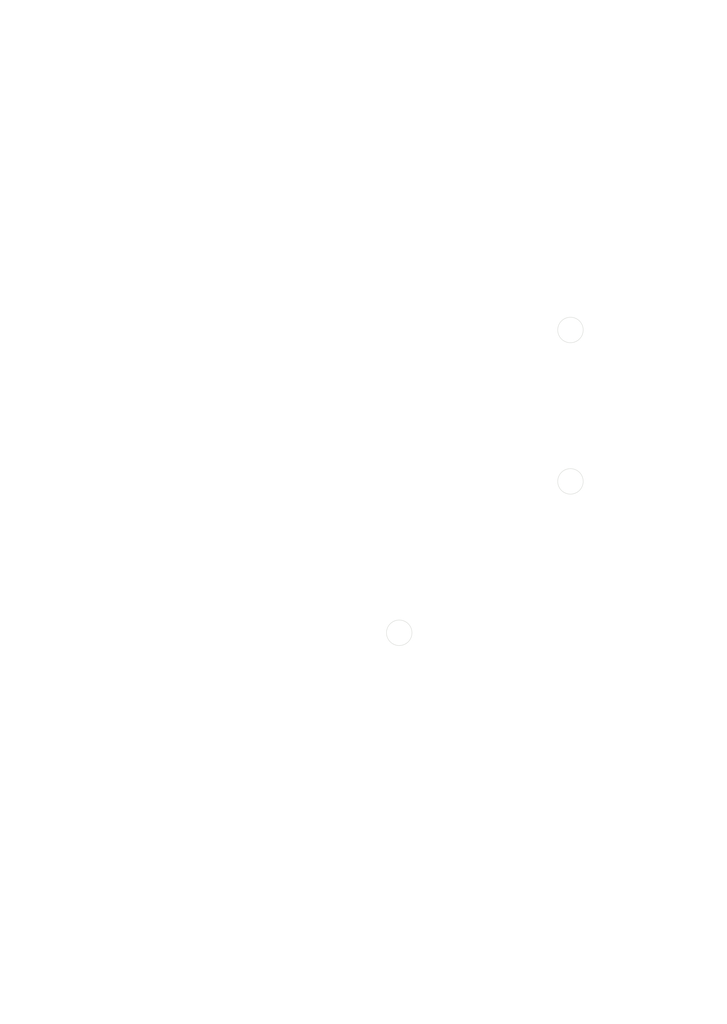
<source format=kicad_pcb>
(kicad_pcb (version 20221018) (generator pcbnew)

  (general
    (thickness 1.6)
  )

  (paper "A4")
  (layers
    (0 "F.Cu" signal)
    (31 "B.Cu" signal)
    (32 "B.Adhes" user "B.Adhesive")
    (33 "F.Adhes" user "F.Adhesive")
    (34 "B.Paste" user)
    (35 "F.Paste" user)
    (36 "B.SilkS" user "B.Silkscreen")
    (37 "F.SilkS" user "F.Silkscreen")
    (38 "B.Mask" user)
    (39 "F.Mask" user)
    (40 "Dwgs.User" user "User.Drawings")
    (41 "Cmts.User" user "User.Comments")
    (42 "Eco1.User" user "User.Eco1")
    (43 "Eco2.User" user "User.Eco2")
    (44 "Edge.Cuts" user)
    (45 "Margin" user)
    (46 "B.CrtYd" user "B.Courtyard")
    (47 "F.CrtYd" user "F.Courtyard")
    (48 "B.Fab" user)
    (49 "F.Fab" user)
  )

  (setup
    (pad_to_mask_clearance 0.05)
    (pcbplotparams
      (layerselection 0x0001020_7ffffffe)
      (plot_on_all_layers_selection 0x0000000_00000000)
      (disableapertmacros false)
      (usegerberextensions false)
      (usegerberattributes true)
      (usegerberadvancedattributes true)
      (creategerberjobfile true)
      (dashed_line_dash_ratio 12.000000)
      (dashed_line_gap_ratio 3.000000)
      (svgprecision 6)
      (plotframeref false)
      (viasonmask false)
      (mode 1)
      (useauxorigin false)
      (hpglpennumber 1)
      (hpglpenspeed 20)
      (hpglpendiameter 15.000000)
      (dxfpolygonmode true)
      (dxfimperialunits true)
      (dxfusepcbnewfont true)
      (psnegative false)
      (psa4output false)
      (plotreference true)
      (plotvalue true)
      (plotinvisibletext false)
      (sketchpadsonfab false)
      (subtractmaskfromsilk false)
      (outputformat 1)
      (mirror false)
      (drillshape 0)
      (scaleselection 1)
      (outputdirectory "GERBER/")
    )
  )

  (net 0 "")

  (gr_curve (pts (xy 35.718687 75.539653) (xy 37.516334 75.539653) (xy 38.973607 76.99727) (xy 38.973607 78.794917))
    (stroke (width 0.000309) (type solid)) (layer "Edge.Cuts") (tstamp 00baac6d-2bda-478e-8133-78a3a3825929))
  (gr_curve (pts (xy 85.741029 79.789859) (xy 85.741029 77.580868) (xy 87.531786 75.790283) (xy 89.741466 75.790283))
    (stroke (width 0.000309) (type solid)) (layer "Edge.Cuts") (tstamp 02490353-6b87-475b-a50b-068209d694b4))
  (gr_curve (pts (xy 69.460918 124.360348) (xy 69.460918 122.56339) (xy 70.918191 121.105428) (xy 72.715838 121.105428))
    (stroke (width 0.000309) (type solid)) (layer "Edge.Cuts") (tstamp 03c39217-a49d-4d4d-82d0-de0f3a4e28f0))
  (gr_curve (pts (xy 32.483749 50.842502) (xy 32.483749 49.045199) (xy 33.941021 47.587582) (xy 35.738669 47.587582))
    (stroke (width 0.000309) (type solid)) (layer "Edge.Cuts") (tstamp 05aa1abb-f50e-4df6-bc13-401a80b25537))
  (gr_curve (pts (xy 21.503563 50.837851) (xy 21.503563 49.040548) (xy 22.960835 47.582931) (xy 24.758482 47.582931))
    (stroke (width 0.000309) (type solid)) (layer "Edge.Cuts") (tstamp 05f31a21-1a55-4a7f-8243-6024e6bbefbb))
  (gr_curve (pts (xy 85.718291 98.838442) (xy 85.718291 96.629452) (xy 87.509049 94.839384) (xy 89.718728 94.839384))
    (stroke (width 0.000309) (type solid)) (layer "Edge.Cuts") (tstamp 0a2ae246-379e-41e4-a330-725e7f70582b))
  (gr_curve (pts (xy 57.718851 27.839817) (xy 59.927669 27.839817) (xy 61.718426 29.630747) (xy 61.718426 31.839737))
    (stroke (width 0.000309) (type solid)) (layer "Edge.Cuts") (tstamp 0a6514fc-2dad-4a34-a4a1-77af80e139fc))
  (gr_curve (pts (xy 61.70189 64.791493) (xy 61.70189 67.000656) (xy 59.911133 68.791585) (xy 57.702314 68.791585))
    (stroke (width 0.000309) (type solid)) (layer "Edge.Cuts") (tstamp 0a9a2839-69c3-4706-8d9d-1f3b5792fcc6))
  (gr_curve (pts (xy 94.733399 139.309276) (xy 93.766707 139.309276) (xy 92.982605 138.525174) (xy 92.982605 137.559171))
    (stroke (width 0.000309) (type solid)) (layer "Edge.Cuts") (tstamp 0ac38a60-c600-4f39-8051-f022c674560a))
  (gr_curve (pts (xy 76.563658 114.353054) (xy 76.563658 116.479363) (xy 74.84008 118.203285) (xy 72.713771 118.203285))
    (stroke (width 0.000309) (type solid)) (layer "Edge.Cuts") (tstamp 0c457dc0-0e3c-4961-b6e7-fa671b0df5d8))
  (gr_curve (pts (xy 93.703318 60.839632) (xy 93.703318 63.048795) (xy 91.912561 64.839724) (xy 89.70357 64.839724))
    (stroke (width 0.000309) (type solid)) (layer "Edge.Cuts") (tstamp 11b3c25f-da3f-46f5-95ba-3542f51a3194))
  (gr_curve (pts (xy 57.74508 112.54508) (xy 59.542727 112.54508) (xy 61 114.003041) (xy 61 115.8))
    (stroke (width 0.000309) (type solid)) (layer "Edge.Cuts") (tstamp 1258ea53-706e-4d35-926f-28f4386c3315))
  (gr_curve (pts (xy 94.733399 135.808377) (xy 94.733399 135.808377) (xy 96.701923 135.808377) (xy 96.701923 135.808377))
    (stroke (width 0.000309) (type solid)) (layer "Edge.Cuts") (tstamp 1455b4bd-601e-468b-9bc9-18ab50f2a93f))
  (gr_curve (pts (xy 93.741214 79.789859) (xy 93.741214 81.999538) (xy 91.950457 83.790295) (xy 89.741466 83.790295))
    (stroke (width 0.000309) (type solid)) (layer "Edge.Cuts") (tstamp 15d6b2a6-9f0d-4052-bee8-1f71ebf2d903))
  (gr_curve (pts (xy 26.489295 124.338988) (xy 26.489295 122.54203) (xy 27.946567 121.084068) (xy 29.744215 121.084068))
    (stroke (width 0.000309) (type solid)) (layer "Edge.Cuts") (tstamp 17167e25-a9f2-402b-89d9-400839265c5f))
  (gr_curve (pts (xy 38.900054 114.3) (xy 38.900054 112.173691) (xy 40.623804 110.450114) (xy 42.750113 110.450114))
    (stroke (width 0.000309) (type solid)) (layer "Edge.Cuts") (tstamp 17f73089-0e45-48dd-815e-60e6d7846846))
  (gr_curve (pts (xy 89.70357 64.839724) (xy 87.49389 64.839724) (xy 85.703133 63.048795) (xy 85.703133 60.839632))
    (stroke (width 0.000309) (type solid)) (layer "Edge.Cuts") (tstamp 1a13ea4f-edc0-4b72-9340-62abf67d1592))
  (gr_curve (pts (xy 18.744047 121.084068) (xy 20.541694 121.084068) (xy 21.998966 122.54203) (xy 21.998966 124.338988))
    (stroke (width 0.000309) (type solid)) (layer "Edge.Cuts") (tstamp 1a7f4641-f8e1-4ffb-bc9c-5b9d2422b1e8))
  (gr_curve (pts (xy 72.715838 121.105428) (xy 74.513485 121.105428) (xy 75.970758 122.56339) (xy 75.970758 124.360348))
    (stroke (width 0.000309) (type solid)) (layer "Edge.Cuts") (tstamp 1bb1025b-f1c3-4851-94b3-acbf38c8e706))
  (gr_curve (pts (xy 80.71809 31.839737) (xy 80.71809 29.630747) (xy 82.508847 27.839817) (xy 84.718527 27.839817))
    (stroke (width 0.000309) (type solid)) (layer "Edge.Cuts") (tstamp 1c1ddff5-d914-4f7e-9eaa-0fd6261fc654))
  (gr_curve (pts (xy 47.23424 102.839568) (xy 45.02456 102.839568) (xy 43.233803 101.048811) (xy 43.233803 98.839131))
    (stroke (width 0.000309) (type solid)) (layer "Edge.Cuts") (tstamp 1c47f70a-59a1-410c-a900-f0077cf8900f))
  (gr_circle (center 62.2 91.5) (end 63.8 91.5)
    (stroke (width 0.05) (type solid)) (fill none) (layer "Edge.Cuts") (tstamp 1d0e1dc3-d51c-405f-a332-8190382c882a))
  (gr_line (start 103.36748 12.087667) (end 12.069532 12.087667)
    (stroke (width 0.000309) (type solid)) (layer "Edge.Cuts") (tstamp 1eb7568b-d392-4308-a6ae-f5cd8f30b5f5))
  (gr_curve (pts (xy 82.491622 124.338988) (xy 82.491622 122.54203) (xy 83.948894 121.084068) (xy 85.746541 121.084068))
    (stroke (width 0.000309) (type solid)) (layer "Edge.Cuts") (tstamp 207b1ed0-2a08-44cb-a93d-025c90d9cbc0))
  (gr_curve (pts (xy 85.703133 60.839632) (xy 85.703133 58.630641) (xy 87.49389 56.839712) (xy 89.70357 56.839712))
    (stroke (width 0.000309) (type solid)) (layer "Edge.Cuts") (tstamp 26f87f32-cc26-4f04-b4d6-3cb1c999dc39))
  (gr_curve (pts (xy 35.698706 61.589283) (xy 37.496353 61.589283) (xy 38.953625 63.0469) (xy 38.953625 64.844203))
    (stroke (width 0.000309) (type solid)) (layer "Edge.Cuts") (tstamp 2a2b1342-01eb-46c9-ad84-5e3dda8c9816))
  (gr_circle (center 83.7 72.5) (end 85.3 72.5)
    (stroke (width 0.05) (type solid)) (fill none) (layer "Edge.Cuts") (tstamp 2c11029a-c79f-445c-be96-74f2dddf420a))
  (gr_curve (pts (xy 18.735778 13.337717) (xy 18.735778 13.337717) (xy 20.704302 13.337717) (xy 20.704302 13.337717))
    (stroke (width 0.000309) (type solid)) (layer "Edge.Cuts") (tstamp 2f27056c-5206-47b4-abac-b08c6809addc))
  (gr_curve (pts (xy 42.750113 110.450114) (xy 44.876422 110.450114) (xy 46.6 112.173691) (xy 46.6 114.3))
    (stroke (width 0.000309) (type solid)) (layer "Edge.Cuts") (tstamp 2fb09222-a23a-40c8-8740-291aa8300626))
  (gr_curve (pts (xy 68.863885 114.353054) (xy 68.863885 112.226746) (xy 70.587462 110.503168) (xy 72.713771 110.503168))
    (stroke (width 0.000309) (type solid)) (layer "Edge.Cuts") (tstamp 2fbe889f-77aa-42fc-a3ab-644c36b3d4f2))
  (gr_curve (pts (xy 72.713771 110.503168) (xy 74.84008 110.503168) (xy 76.563658 112.226746) (xy 76.563658 114.353054))
    (stroke (width 0.000309) (type solid)) (layer "Edge.Cuts") (tstamp 32e72c09-36f8-44e6-8661-00c438b613b5))
  (gr_curve (pts (xy 96.746709 127.594597) (xy 94.949062 127.594597) (xy 93.491789 126.136635) (xy 93.491789 124.338988))
    (stroke (width 0.000309) (type solid)) (layer "Edge.Cuts") (tstamp 3a658ef1-35bf-47d3-a52b-0be3d2ff00e8))
  (gr_curve (pts (xy 30.702638 27.839817) (xy 32.911629 27.839817) (xy 34.702386 29.630747) (xy 34.702386 31.839737))
    (stroke (width 0.000309) (type solid)) (layer "Edge.Cuts") (tstamp 3e99d762-a6c4-4420-9bc6-be3eb94365a2))
  (gr_curve (pts (xy 57.702314 68.791585) (xy 55.492807 68.791585) (xy 53.70205 67.000656) (xy 53.70205 64.791493))
    (stroke (width 0.000309) (type solid)) (layer "Edge.Cuts") (tstamp 3f8baea5-0461-41b2-9d83-46f953395529))
  (gr_curve (pts (xy 29.744215 127.594597) (xy 27.946567 127.594597) (xy 26.489295 126.136635) (xy 26.489295 124.338988))
    (stroke (width 0.000309) (type solid)) (layer "Edge.Cuts") (tstamp 40b62273-1e8e-4acb-bac1-f19e10b6f9b9))
  (gr_curve (pts (xy 15.488438 124.338988) (xy 15.488438 122.54203) (xy 16.946399 121.084068) (xy 18.744047 121.084068))
    (stroke (width 0.000309) (type solid)) (layer "Edge.Cuts") (tstamp 40f2a4ee-b49f-4a2d-908e-38847685e6f6))
  (gr_curve (pts (xy 24.758482 54.093115) (xy 22.960835 54.093115) (xy 21.503563 52.635498) (xy 21.503563 50.837851))
    (stroke (width 0.000309) (type solid)) (layer "Edge.Cuts") (tstamp 4124f831-142f-4ddd-9cb1-65c98a8ad5fa))
  (gr_curve (pts (xy 16.984984 15.088166) (xy 16.984984 14.121475) (xy 17.769087 13.337717) (xy 18.735778 13.337717))
    (stroke (width 0.000309) (type solid)) (layer "Edge.Cuts") (tstamp 44630aaa-8fee-46d2-8bdc-727fedd81d65))
  (gr_curve (pts (xy 89.70357 56.839712) (xy 91.912561 56.839712) (xy 93.703318 58.630641) (xy 93.703318 60.839632))
    (stroke (width 0.000309) (type solid)) (layer "Edge.Cuts") (tstamp 45ae555a-2ce6-48fb-a091-16ec9f35cd76))
  (gr_curve (pts (xy 72.233526 98.839131) (xy 72.233526 101.048811) (xy 70.442769 102.839568) (xy 68.233778 102.839568))
    (stroke (width 0.000309) (type solid)) (layer "Edge.Cuts") (tstamp 474ca60f-18b9-4083-8a3a-e02f033d823e))
  (gr_curve (pts (xy 24.718519 61.584632) (xy 26.516167 61.584632) (xy 27.973439 63.042249) (xy 27.973439 64.839552))
    (stroke (width 0.000309) (type solid)) (layer "Edge.Cuts") (tstamp 4a02af51-a2b3-418c-9700-b0da9a7790e3))
  (gr_curve (pts (xy 20.704302 16.838444) (xy 20.704302 16.838444) (xy 18.735778 16.838444) (xy 18.735778 16.838444))
    (stroke (width 0.000309) (type solid)) (layer "Edge.Cuts") (tstamp 4d2c70a3-d105-4c36-8520-47a4013df1d1))
  (gr_curve (pts (xy 53.718586 31.839737) (xy 53.718586 29.630747) (xy 55.509343 27.839817) (xy 57.718851 27.839817))
    (stroke (width 0.000309) (type solid)) (layer "Edge.Cuts") (tstamp 51205d80-626d-4edc-85f7-d5f96328d245))
  (gr_curve (pts (xy 35.738669 47.587582) (xy 37.536316 47.587582) (xy 38.993588 49.045199) (xy 38.993588 50.842502))
    (stroke (width 0.000309) (type solid)) (layer "Edge.Cuts") (tstamp 52fdf925-37e5-4045-83c0-45e7ed239904))
  (gr_curve (pts (xy 32.463767 78.794917) (xy 32.463767 76.99727) (xy 33.92104 75.539653) (xy 35.718687 75.539653))
    (stroke (width 0.000309) (type solid)) (layer "Edge.Cuts") (tstamp 593f9bfe-785c-4882-a6f6-29427b46a43f))
  (gr_curve (pts (xy 85.746541 121.084068) (xy 87.544188 121.084068) (xy 89.001461 122.54203) (xy 89.001461 124.338988))
    (stroke (width 0.000309) (type solid)) (layer "Edge.Cuts") (tstamp 5a0dab30-8658-4c70-af59-7c3c11f84b7a))
  (gr_curve (pts (xy 68.233778 102.839568) (xy 66.024098 102.839568) (xy 64.233341 101.048811) (xy 64.233341 98.839131))
    (stroke (width 0.000309) (type solid)) (layer "Edge.Cuts") (tstamp 5a724f21-8524-46bf-b9d4-23f9c369427f))
  (gr_curve (pts (xy 100.001629 124.338988) (xy 100.001629 126.136635) (xy 98.544356 127.594597) (xy 96.746709 127.594597))
    (stroke (width 0.000309) (type solid)) (layer "Edge.Cuts") (tstamp 5b74e3aa-2235-4ddf-b4a3-e258b8afee06))
  (gr_curve (pts (xy 22.455096 137.590866) (xy 22.455096 138.556869) (xy 21.670994 139.340971) (xy 20.704302 139.340971))
    (stroke (width 0.000309) (type solid)) (layer "Edge.Cuts") (tstamp 5cade7c2-a4ab-42a9-bb67-610edf13a9ef))
  (gr_curve (pts (xy 93.718476 98.838442) (xy 93.718476 101.048122) (xy 91.927719 102.838879) (xy 89.718728 102.838879))
    (stroke (width 0.000309) (type solid)) (layer "Edge.Cuts") (tstamp 5d096759-0cc0-4474-a5a3-bad5a0b8c63c))
  (gr_curve (pts (xy 34.702386 31.839737) (xy 34.702386 34.048901) (xy 32.911629 35.83983) (xy 30.702638 35.83983))
    (stroke (width 0.000309) (type solid)) (layer "Edge.Cuts") (tstamp 5d6c6bdd-f3b0-48be-a63c-d6d40a424982))
  (gr_curve (pts (xy 24.718519 75.584439) (xy 26.516167 75.584439) (xy 27.973439 77.042056) (xy 27.973439 78.839703))
    (stroke (width 0.000309) (type solid)) (layer "Edge.Cuts") (tstamp 5f39881e-9b87-4839-9af4-a548acc37bac))
  (gr_curve (pts (xy 38.973607 78.794917) (xy 38.973607 80.592564) (xy 37.516334 82.049837) (xy 35.718687 82.049837))
    (stroke (width 0.000309) (type solid)) (layer "Edge.Cuts") (tstamp 611b5ffa-4fdd-481e-aa89-0df3e7e43b16))
  (gr_curve (pts (xy 42.750113 118.150231) (xy 40.623804 118.150231) (xy 38.900054 116.426309) (xy 38.900054 114.3))
    (stroke (width 0.000309) (type solid)) (layer "Edge.Cuts") (tstamp 64c712a9-7efe-4e27-b79d-5d6f53a86f79))
  (gr_curve (pts (xy 29.733879 98.839131) (xy 29.733879 101.048811) (xy 27.943122 102.839568) (xy 25.734131 102.839568))
    (stroke (width 0.000309) (type solid)) (layer "Edge.Cuts") (tstamp 6654264d-3c41-4e4f-b69b-cdbb955b3440))
  (gr_curve (pts (xy 21.733695 98.839131) (xy 21.733695 96.630141) (xy 23.524452 94.839384) (xy 25.734131 94.839384))
    (stroke (width 0.000309) (type solid)) (layer "Edge.Cuts") (tstamp 6701f101-a828-41a1-88d8-648c6296e56a))
  (gr_curve (pts (xy 84.718527 35.83983) (xy 82.508847 35.83983) (xy 80.71809 34.048901) (xy 80.71809 31.839737))
    (stroke (width 0.000309) (type solid)) (layer "Edge.Cuts") (tstamp 6821e4e0-bfdd-4a50-bfc7-be19c07e5c69))
  (gr_curve (pts (xy 92.981916 15.087994) (xy 92.981916 14.121302) (xy 93.766018 13.337545) (xy 94.73271 13.337545))
    (stroke (width 0.000309) (type solid)) (layer "Edge.Cuts") (tstamp 69905569-d1cc-4b89-bf3f-2ab079d3e176))
  (gr_curve (pts (xy 53.70205 64.791493) (xy 53.70205 62.582502) (xy 55.492807 60.791573) (xy 57.702314 60.791573))
    (stroke (width 0.000309) (type solid)) (layer "Edge.Cuts") (tstamp 6ce69ea3-210b-4ced-9dc1-05be8b22f7f6))
  (gr_curve (pts (xy 24.758482 47.582931) (xy 26.55613 47.582931) (xy 28.013402 49.040548) (xy 28.013402 50.837851))
    (stroke (width 0.000309) (type solid)) (layer "Edge.Cuts") (tstamp 6e73e3c9-dea1-4373-83c6-41f7b6f2bd3c))
  (gr_curve (pts (xy 18.735778 135.840072) (xy 18.735778 135.840072) (xy 20.704302 135.840072) (xy 20.704302 135.840072))
    (stroke (width 0.000309) (type solid)) (layer "Edge.Cuts") (tstamp 7243db26-86ec-4577-9c3b-2f8d92b0642f))
  (gr_curve (pts (xy 24.718519 82.094623) (xy 22.920872 82.094623) (xy 21.4636 80.63735) (xy 21.4636 78.839703))
    (stroke (width 0.000309) (type solid)) (layer "Edge.Cuts") (tstamp 743c1e64-709a-4150-b209-71d19e330103))
  (gr_curve (pts (xy 38.953625 64.844203) (xy 38.953625 66.64185) (xy 37.496353 68.099467) (xy 35.698706 68.099467))
    (stroke (width 0.000309) (type solid)) (layer "Edge.Cuts") (tstamp 74dfdbdb-460b-4a1d-8ee3-d20b8c28dc37))
  (gr_curve (pts (xy 72.715838 127.615956) (xy 70.918191 127.615956) (xy 69.460918 126.157995) (xy 69.460918 124.360348))
    (stroke (width 0.000309) (type solid)) (layer "Edge.Cuts") (tstamp 7636dc3b-a250-4d42-ad6e-11e73ebdf0e9))
  (gr_curve (pts (xy 96.746709 121.084068) (xy 98.544356 121.084068) (xy 100.001629 122.54203) (xy 100.001629 124.338988))
    (stroke (width 0.000309) (type solid)) (layer "Edge.Cuts") (tstamp 79b5c63e-f036-436e-811e-45f52dce64d1))
  (gr_curve (pts (xy 96.701234 16.838271) (xy 96.701234 16.838271) (xy 94.73271 16.838271) (xy 94.73271 16.838271))
    (stroke (width 0.000309) (type solid)) (layer "Edge.Cuts") (tstamp 7aea8947-242c-4eca-b88c-17f5a078e252))
  (gr_curve (pts (xy 32.999134 124.338988) (xy 32.999134 126.136635) (xy 31.541862 127.594597) (xy 29.744215 127.594597))
    (stroke (width 0.000309) (type solid)) (layer "Edge.Cuts") (tstamp 7b2eb3cb-a395-4423-a74b-9a00c6b42ae6))
  (gr_curve (pts (xy 89.741466 83.790295) (xy 87.531786 83.790295) (xy 85.741029 81.999538) (xy 85.741029 79.789859))
    (stroke (width 0.000309) (type solid)) (layer "Edge.Cuts") (tstamp 7e8ddbc3-0d98-4b69-87c4-78bffa4db299))
  (gr_curve (pts (xy 96.701923 135.808377) (xy 97.668615 135.808377) (xy 98.452717 136.592479) (xy 98.452717 137.559171))
    (stroke (width 0.000309) (type solid)) (layer "Edge.Cuts") (tstamp 814d343f-ae0f-4aab-b90e-c575f855c669))
  (gr_curve (pts (xy 98.452028 15.087994) (xy 98.452028 16.054514) (xy 97.667926 16.838271) (xy 96.701234 16.838271))
    (stroke (width 0.000309) (type solid)) (layer "Edge.Cuts") (tstamp 819d179d-b789-4ba2-8c82-71a35d91f03f))
  (gr_curve (pts (xy 96.701923 139.309276) (xy 96.701923 139.309276) (xy 94.733399 139.309276) (xy 94.733399 139.309276))
    (stroke (width 0.000309) (type solid)) (layer "Edge.Cuts") (tstamp 86eab818-d2c9-45cc-aed5-e28dfc12230b))
  (gr_curve (pts (xy 93.491789 124.338988) (xy 93.491789 122.54203) (xy 94.949062 121.084068) (xy 96.746709 121.084068))
    (stroke (width 0.000309) (type solid)) (layer "Edge.Cuts") (tstamp 87172b27-c865-4ab1-af02-97e26483265d))
  (gr_curve (pts (xy 64.233341 98.839131) (xy 64.233341 96.630141) (xy 66.024098 94.839384) (xy 68.233778 94.839384))
    (stroke (width 0.000309) (type solid)) (layer "Edge.Cuts") (tstamp 88525f55-f70c-4629-bc72-44ca0b395147))
  (gr_curve (pts (xy 18.735778 139.340971) (xy 17.769087 139.340971) (xy 16.984984 138.556869) (xy 16.984984 137.590866))
    (stroke (width 0.000309) (type solid)) (layer "Edge.Cuts") (tstamp 887492fd-1ef7-4212-9436-9ad56027e3ff))
  (gr_curve (pts (xy 39.477968 124.338988) (xy 39.477968 122.54203) (xy 40.93524 121.084068) (xy 42.732888 121.084068))
    (stroke (width 0.000309) (type solid)) (layer "Edge.Cuts") (tstamp 8878a89b-450a-40f2-87b4-7657a31e877d))
  (gr_curve (pts (xy 94.73271 13.337545) (xy 94.73271 13.337545) (xy 96.701234 13.337545) (xy 96.701234 13.337545))
    (stroke (width 0.000309) (type solid)) (layer "Edge.Cuts") (tstamp 8d3ae256-2f3c-409f-83bc-2e155839c067))
  (gr_curve (pts (xy 42.732888 121.084068) (xy 44.530535 121.084068) (xy 45.987807 122.54203) (xy 45.987807 124.338988))
    (stroke (width 0.000309) (type solid)) (layer "Edge.Cuts") (tstamp 8d69bf1d-d36c-4a6c-8dcb-ac397328ceb7))
  (gr_curve (pts (xy 98.452717 137.559171) (xy 98.452717 138.525174) (xy 97.668615 139.309276) (xy 96.701923 139.309276))
    (stroke (width 0.000309) (type solid)) (layer "Edge.Cuts") (tstamp 9069eb30-a0f8-4f3d-894f-bc46dd810f77))
  (gr_curve (pts (xy 42.732888 127.594597) (xy 40.93524 127.594597) (xy 39.477968 126.136635) (xy 39.477968 124.338988))
    (stroke (width 0.000309) (type solid)) (layer "Edge.Cuts") (tstamp 922d83ce-0f27-4a22-8109-da84939f26a5))
  (gr_curve (pts (xy 57.74508 119.055608) (xy 55.947433 119.055608) (xy 54.49016 117.597647) (xy 54.49016 115.8))
    (stroke (width 0.000309) (type solid)) (layer "Edge.Cuts") (tstamp 9282c42f-6b46-47f3-bdf0-5ce82ae2288e))
  (gr_curve (pts (xy 57.718851 35.83983) (xy 55.509343 35.83983) (xy 53.718586 34.048901) (xy 53.718586 31.839737))
    (stroke (width 0.000309) (type solid)) (layer "Edge.Cuts") (tstamp 92f0ab9a-f094-442e-b2f7-5b2facae44dd))
  (gr_line (start 12.069532 140.586715) (end 103.36748 140.586715)
    (stroke (width 0.000309) (type solid)) (layer "Edge.Cuts") (tstamp 958af6a1-1d2d-4945-8c81-f692ce828419))
  (gr_curve (pts (xy 89.001461 124.338988) (xy 89.001461 126.136635) (xy 87.544188 127.594597) (xy 85.746541 127.594597))
    (stroke (width 0.000309) (type solid)) (layer "Edge.Cuts") (tstamp 98abf6a6-2bff-43c7-9126-07dc2c160dbf))
  (gr_curve (pts (xy 75.970758 124.360348) (xy 75.970758 126.157995) (xy 74.513485 127.615956) (xy 72.715838 127.615956))
    (stroke (width 0.000309) (type solid)) (layer "Edge.Cuts") (tstamp 9bbf3436-74e2-4b99-9f4a-71c9df3773af))
  (gr_curve (pts (xy 46.6 114.3) (xy 46.6 116.426309) (xy 44.876422 118.150231) (xy 42.750113 118.150231))
    (stroke (width 0.000309) (type solid)) (layer "Edge.Cuts") (tstamp 9e7c1d9d-b95b-4c35-810b-a5a5cf139c9b))
  (gr_curve (pts (xy 20.704302 13.337717) (xy 21.670994 13.337717) (xy 22.455096 14.121475) (xy 22.455096 15.088166))
    (stroke (width 0.000309) (type solid)) (layer "Edge.Cuts") (tstamp 9fa25eee-d756-4a76-9824-fb999bf674d7))
  (gr_curve (pts (xy 35.738669 54.097766) (xy 33.941021 54.097766) (xy 32.483749 52.640149) (xy 32.483749 50.842502))
    (stroke (width 0.000309) (type solid)) (layer "Edge.Cuts") (tstamp a00241ab-cf7d-42a0-aace-43f17600b920))
  (gr_curve (pts (xy 54.49016 115.8) (xy 54.49016 114.003041) (xy 55.947433 112.54508) (xy 57.74508 112.54508))
    (stroke (width 0.000309) (type solid)) (layer "Edge.Cuts") (tstamp a05e42c1-f7ce-42d6-b163-85ec326c7950))
  (gr_curve (pts (xy 89.718728 94.839384) (xy 91.927719 94.839384) (xy 93.718476 96.629452) (xy 93.718476 98.838442))
    (stroke (width 0.000309) (type solid)) (layer "Edge.Cuts") (tstamp a05fa09b-4b4d-4dc8-843b-cef27cff18c0))
  (gr_curve (pts (xy 16.984984 137.590866) (xy 16.984984 136.624174) (xy 17.769087 135.840072) (xy 18.735778 135.840072))
    (stroke (width 0.000309) (type solid)) (layer "Edge.Cuts") (tstamp a1636702-aeae-40f3-8e2c-2aedcd79c12c))
  (gr_curve (pts (xy 89.718728 102.838879) (xy 87.509049 102.838879) (xy 85.718291 101.048122) (xy 85.718291 98.838442))
    (stroke (width 0.000309) (type solid)) (layer "Edge.Cuts") (tstamp a6263d82-bd55-459a-9df5-ea60fb2e659f))
  (gr_curve (pts (xy 45.987807 124.338988) (xy 45.987807 126.136635) (xy 44.530535 127.594597) (xy 42.732888 127.594597))
    (stroke (width 0.000309) (type solid)) (layer "Edge.Cuts") (tstamp a7c516b2-b5cc-42c5-9b9b-268ecc47aa82))
  (gr_circle (center 83.7 53.5) (end 85.3 53.5)
    (stroke (width 0.05) (type solid)) (fill none) (layer "Edge.Cuts") (tstamp a8858603-13dd-4346-b711-ed0b76b8a548))
  (gr_curve (pts (xy 47.23424 94.839384) (xy 49.443231 94.839384) (xy 51.233988 96.630141) (xy 51.233988 98.839131))
    (stroke (width 0.000309) (type solid)) (layer "Edge.Cuts") (tstamp ab653806-b20a-4081-97f3-ae4228f1093c))
  (gr_curve (pts (xy 84.718527 27.839817) (xy 86.927518 27.839817) (xy 88.718275 29.630747) (xy 88.718275 31.839737))
    (stroke (width 0.000309) (type solid)) (layer "Edge.Cuts") (tstamp aea9eb37-d56b-4ae5-9ad3-8ca4be4c8dd2))
  (gr_curve (pts (xy 18.744047 127.594597) (xy 16.946399 127.594597) (xy 15.488438 126.136635) (xy 15.488438 124.338988))
    (stroke (width 0.000309) (type solid)) (layer "Edge.Cuts") (tstamp af7e5c80-b808-4184-a289-6299cb1f1c7a))
  (gr_curve (pts (xy 21.4636 78.839703) (xy 21.4636 77.042056) (xy 22.920872 75.584439) (xy 24.718519 75.584439))
    (stroke (width 0.000309) (type solid)) (layer "Edge.Cuts") (tstamp afd83d5f-5373-4798-8dd8-c9e60d553005))
  (gr_curve (pts (xy 28.013402 50.837851) (xy 28.013402 52.635498) (xy 26.55613 54.093115) (xy 24.758482 54.093115))
    (stroke (width 0.000309) (type solid)) (layer "Edge.Cuts") (tstamp b3114cbc-7933-49d9-ad5f-93e7012561c5))
  (gr_curve (pts (xy 43.233803 98.839131) (xy 43.233803 96.630141) (xy 45.02456 94.839384) (xy 47.23424 94.839384))
    (stroke (width 0.000309) (type solid)) (layer "Edge.Cuts") (tstamp b7a16c96-3f30-4c76-bae3-085832e999a8))
  (gr_curve (pts (xy 85.746541 127.594597) (xy 83.948894 127.594597) (xy 82.491622 126.136635) (xy 82.491622 124.338988))
    (stroke (width 0.000309) (type solid)) (layer "Edge.Cuts") (tstamp bc3fc43c-86d4-4469-b69a-1eda3de98743))
  (gr_line (start 12.069532 12.087667) (end 12.069532 140.586715)
    (stroke (width 0.000309) (type solid)) (layer "Edge.Cuts") (tstamp bcb0fb0d-6f3d-4df8-b375-c3289c5a8e67))
  (gr_curve (pts (xy 88.718275 31.839737) (xy 88.718275 34.048901) (xy 86.927518 35.83983) (xy 84.718527 35.83983))
    (stroke (width 0.000309) (type solid)) (layer "Edge.Cuts") (tstamp bd472e0c-2f76-4ea5-8714-8a1caf83595b))
  (gr_curve (pts (xy 61.718426 31.839737) (xy 61.718426 34.048901) (xy 59.927669 35.83983) (xy 57.718851 35.83983))
    (stroke (width 0.000309) (type solid)) (layer "Edge.Cuts") (tstamp c0465562-ef58-4485-a62f-388a9ee42847))
  (gr_curve (pts (xy 27.973439 78.839703) (xy 27.973439 80.63735) (xy 26.516167 82.094623) (xy 24.718519 82.094623))
    (stroke (width 0.000309) (type solid)) (layer "Edge.Cuts") (tstamp c5c85e24-47da-486b-a000-1c22a0b90b8f))
  (gr_curve (pts (xy 35.718687 82.049837) (xy 33.92104 82.049837) (xy 32.463767 80.592564) (xy 32.463767 78.794917))
    (stroke (width 0.000309) (type solid)) (layer "Edge.Cuts") (tstamp c6acfe36-419a-4665-83b6-67544f6bda88))
  (gr_curve (pts (xy 26.702201 31.839737) (xy 26.702201 29.630747) (xy 28.492958 27.839817) (xy 30.702638 27.839817))
    (stroke (width 0.000309) (type solid)) (layer "Edge.Cuts") (tstamp c9f477af-5ea7-4400-9385-9a30e9d9387f))
  (gr_curve (pts (xy 25.734131 94.839384) (xy 27.943122 94.839384) (xy 29.733879 96.630141) (xy 29.733879 98.839131))
    (stroke (width 0.000309) (type solid)) (layer "Edge.Cuts") (tstamp ca469041-45e0-4a02-afb6-f4fbf5163b9e))
  (gr_curve (pts (xy 18.735778 16.838444) (xy 17.769087 16.838444) (xy 16.984984 16.054686) (xy 16.984984 15.088166))
    (stroke (width 0.000309) (type solid)) (layer "Edge.Cuts") (tstamp d177f52a-96e9-46f6-8315-65bf6b9fab4c))
  (gr_curve (pts (xy 96.701234 13.337545) (xy 97.667926 13.337545) (xy 98.452028 14.121302) (xy 98.452028 15.087994))
    (stroke (width 0.000309) (type solid)) (layer "Edge.Cuts") (tstamp d1c753d6-37ec-4de9-8dea-e7d84a7fa028))
  (gr_curve (pts (xy 92.982605 137.559171) (xy 92.982605 136.592479) (xy 93.766707 135.808377) (xy 94.733399 135.808377))
    (stroke (width 0.000309) (type solid)) (layer "Edge.Cuts") (tstamp d330a543-35fb-4b71-9c34-0ef0cc15848d))
  (gr_curve (pts (xy 68.233778 94.839384) (xy 70.442769 94.839384) (xy 72.233526 96.630141) (xy 72.233526 98.839131))
    (stroke (width 0.000309) (type solid)) (layer "Edge.Cuts") (tstamp d52fe23f-9d86-4053-99d0-3de7912ae05e))
  (gr_curve (pts (xy 32.443786 64.844203) (xy 32.443786 63.0469) (xy 33.901058 61.589283) (xy 35.698706 61.589283))
    (stroke (width 0.000309) (type solid)) (layer "Edge.Cuts") (tstamp d5a55f73-5dda-4696-8127-38b414cfe3f8))
  (gr_curve (pts (xy 29.744215 121.084068) (xy 31.541862 121.084068) (xy 32.999134 122.54203) (xy 32.999134 124.338988))
    (stroke (width 0.000309) (type solid)) (layer "Edge.Cuts") (tstamp d7892b90-df09-4bf2-b5c1-e3246ce84972))
  (gr_curve (pts (xy 21.998966 124.338988) (xy 21.998966 126.136635) (xy 20.541694 127.594597) (xy 18.744047 127.594597))
    (stroke (width 0.000309) (type solid)) (layer "Edge.Cuts") (tstamp df2f6637-bbc4-40ea-b5a9-df9db957cc13))
  (gr_curve (pts (xy 20.704302 139.340971) (xy 20.704302 139.340971) (xy 18.735778 139.340971) (xy 18.735778 139.340971))
    (stroke (width 0.000309) (type solid)) (layer "Edge.Cuts") (tstamp e1e54ddd-d968-40fa-892e-ad40130505ec))
  (gr_curve (pts (xy 94.73271 16.838271) (xy 93.766018 16.838271) (xy 92.981916 16.054514) (xy 92.981916 15.087994))
    (stroke (width 0.000309) (type solid)) (layer "Edge.Cuts") (tstamp e2580c69-a215-4dbf-a995-faa170879bf5))
  (gr_curve (pts (xy 51.233988 98.839131) (xy 51.233988 101.048811) (xy 49.443231 102.839568) (xy 47.23424 102.839568))
    (stroke (width 0.000309) (type solid)) (layer "Edge.Cuts") (tstamp e392714b-19f3-4fcf-b650-218a568e7b35))
  (gr_curve (pts (xy 21.4636 64.839552) (xy 21.4636 63.042249) (xy 22.920872 61.584632) (xy 24.718519 61.584632))
    (stroke (width 0.000309) (type solid)) (layer "Edge.Cuts") (tstamp e6dd51fd-b37c-4046-bee1-af56974cbd76))
  (gr_curve (pts (xy 24.718519 68.094816) (xy 22.920872 68.094816) (xy 21.4636 66.637199) (xy 21.4636 64.839552))
    (stroke (width 0.000309) (type solid)) (layer "Edge.Cuts") (tstamp e76957dd-1014-460a-9a2b-adf1d78fc51c))
  (gr_curve (pts (xy 22.455096 15.088166) (xy 22.455096 16.054686) (xy 21.670994 16.838444) (xy 20.704302 16.838444))
    (stroke (width 0.000309) (type solid)) (layer "Edge.Cuts") (tstamp e80cc89b-3b50-4464-90c3-d9454270a33d))
  (gr_curve (pts (xy 20.704302 135.840072) (xy 21.670994 135.840072) (xy 22.455096 136.624174) (xy 22.455096 137.590866))
    (stroke (width 0.000309) (type solid)) (layer "Edge.Cuts") (tstamp e810a34e-c0dc-423e-8acc-8d474f49c75a))
  (gr_curve (pts (xy 38.993588 50.842502) (xy 38.993588 52.640149) (xy 37.536316 54.097766) (xy 35.738669 54.097766))
    (stroke (width 0.000309) (type solid)) (layer "Edge.Cuts") (tstamp e9d41892-2648-4b8e-95f2-16ae57b98e02))
  (gr_curve (pts (xy 27.973439 64.839552) (xy 27.973439 66.637199) (xy 26.516167 68.094816) (xy 24.718519 68.094816))
    (stroke (width 0.000309) (type solid)) (layer "Edge.Cuts") (tstamp e9dbe831-268c-4a72-904c-b93370bc4178))
  (gr_curve (pts (xy 89.741466 75.790283) (xy 91.950457 75.790283) (xy 93.741214 77.580868) (xy 93.741214 79.789859))
    (stroke (width 0.000309) (type solid)) (layer "Edge.Cuts") (tstamp e9de21a8-5a31-4b65-9ecd-4a019d0040cb))
  (gr_curve (pts (xy 57.702314 60.791573) (xy 59.911133 60.791573) (xy 61.70189 62.582502) (xy 61.70189 64.791493))
    (stroke (width 0.000309) (type solid)) (layer "Edge.Cuts") (tstamp eb29dc2c-9b35-4e81-ae82-c49f19c8bb6b))
  (gr_curve (pts (xy 61 115.8) (xy 61 117.597647) (xy 59.542727 119.055608) (xy 57.74508 119.055608))
    (stroke (width 0.000309) (type solid)) (layer "Edge.Cuts") (tstamp eb891a7a-9a72-4e57-9f2f-89b8987c369e))
  (gr_curve (pts (xy 25.734131 102.839568) (xy 23.524452 102.839568) (xy 21.733695 101.048811) (xy 21.733695 98.839131))
    (stroke (width 0.000309) (type solid)) (layer "Edge.Cuts") (tstamp eecc77e7-baf6-4af0-a89b-8f0c6fe61166))
  (gr_curve (pts (xy 35.698706 68.099467) (xy 33.901058 68.099467) (xy 32.443786 66.64185) (xy 32.443786 64.844203))
    (stroke (width 0.000309) (type solid)) (layer "Edge.Cuts") (tstamp f31ae16e-d744-40fe-930c-15cb94d3da0d))
  (gr_curve (pts (xy 72.713771 118.203285) (xy 70.587462 118.203285) (xy 68.863885 116.479363) (xy 68.863885 114.353054))
    (stroke (width 0.000309) (type solid)) (layer "Edge.Cuts") (tstamp f38da84b-10d8-48ae-b64a-e28bbd42e3c6))
  (gr_line (start 103.36748 140.586715) (end 103.36748 12.087667)
    (stroke (width 0.000309) (type solid)) (layer "Edge.Cuts") (tstamp f5553974-c694-4b77-b0a4-6aa0384c9187))
  (gr_curve (pts (xy 30.702638 35.83983) (xy 28.492958 35.83983) (xy 26.702201 34.048901) (xy 26.702201 31.839737))
    (stroke (width 0.000309) (type solid)) (layer "Edge.Cuts") (tstamp fd7d69cc-f161-480d-a3ec-60e29d65ab28))
  (gr_circle (center 72.7 114.3) (end 75.9 114.9)
    (stroke (width 0.1) (type solid)) (fill none) (layer "Margin") (tstamp 05e52a41-7f9a-4fcc-a2b7-f25c5fcef5b4))
  (gr_circle (center 89.7 98.8) (end 92.7 99.1)
    (stroke (width 0.1) (type solid)) (fill none) (layer "Margin") (tstamp 0d036d79-dca2-4763-baf2-6d07a1f0faab))
  (gr_circle (center 57.7 31.8) (end 60.7 32)
    (stroke (width 0.1) (type solid)) (fill none) (layer "Margin") (tstamp 19469c8c-951e-47ef-9c46-2f608db3aa1e))
  (gr_circle (center 96.7 124.3) (end 98.6 124.3)
    (stroke (width 0.1) (type solid)) (fill none) (layer "Margin") (tstamp 1bb5e9ae-8555-4ce0-b4b2-b89e67ec964e))
  (gr_circle (center 25.7 98.8) (end 28.6 99.4)
    (stroke (width 0.1) (type solid)) (fill none) (layer "Margin") (tstamp 1fcc2502-aab3-4e4c-b87b-0bc0fa4f6aa4))
  (gr_circle (center 89.7 79.8) (end 92.7 79.9)
    (stroke (width 0.1) (type solid)) (fill none) (layer "Margin") (tstamp 280dcb2d-638e-4bb6-98f8-015c4bfa94b6))
  (gr_circle (center 85.7 124.3) (end 87.7 124.3)
    (stroke (width 0.1) (type solid)) (fill none) (layer "Margin") (tstamp 2832f4e7-801e-4149-859b-90e8f1df1ed1))
  (gr_circle (center 84.7 31.8) (end 88 32.1)
    (stroke (width 0.1) (type solid)) (fill none) (layer "Margin") (tstamp 2a6494e4-8e4f-453b-b416-0ccca460c28a))
  (gr_circle (center 30.7 31.8) (end 33.7 31.9)
    (stroke (width 0.1) (type solid)) (fill none) (layer "Margin") (tstamp 2c103200-9f63-4f30-9ced-8cd333cf2213))
  (gr_circle (center 62.2 91.5) (end 63.7 91.5)
    (stroke (width 0.1) (type solid)) (fill none) (layer "Margin") (tstamp 3406070e-28f5-4806-ac8d-e77ddf8c9bbc))
  (gr_circle (center 35.7 78.8) (end 37.6 78.6)
    (stroke (width 0.1) (type solid)) (fill none) (layer "Margin") (tstamp 627dc1f7-dc31-48cf-98fa-fd8dd30a0d85))
  (gr_circle (center 35.7 64.8) (end 37.6 64.8)
    (stroke (width 0.1) (type solid)) (fill none) (layer "Margin") (tstamp 64cbdef7-af1c-4aa5-ad4e-2b85192aaa1f))
  (gr_circle (center 24.7 78.8) (end 26.6 78.8)
    (stroke (width 0.1) (type solid)) (fill none) (layer "Margin") (tstamp 688680c8-9dd6-48a7-a96c-f773a9dc18d6))
  (gr_circle (center 18.7 124.3) (end 20.6 124.3)
    (stroke (width 0.1) (type solid)) (fill none) (layer "Margin") (tstamp 6ea1eb63-5b86-4b59-aa3a-04c041446f66))
  (gr_circle (center 47.2 98.8) (end 50.2 99.2)
    (stroke (width 0.1) (type solid)) (fill none) (layer "Margin") (tstamp 85397b6a-4ce1-417b-93e2-45b58eaaf713))
  (gr_circle (center 29.7 124.3) (end 31.6 124.5)
    (stroke (width 0.1) (type solid)) (fill none) (layer "Margin") (tstamp 854cb8fb-1c3c-4e78-8459-e49d8c6ce754))
  (gr_circle (center 42.7 124.3) (end 44.6 124.6)
    (stroke (width 0.1) (type solid)) (fill none) (layer "Margin") (tstamp 905e4133-3ec7-416b-8e5c-27e3782f5e04))
  (gr_circle (center 72.7 124.3) (end 74.6 124.2)
    (stroke (width 0.1) (type solid)) (fill none) (layer "Margin") (tstamp 951a7c8b-8244-4089-ad61-53b37e4d3cbc))
  (gr_circle (center 24.7 50.8) (end 26.5 51.2)
    (stroke (width 0.1) (type solid)) (fill none) (layer "Margin") (tstamp 96f183fc-8dd8-4e7c-a9f2-e7698d75d482))
  (gr_circle (center 68.2 98.8) (end 71.1 99.7)
    (stroke (width 0.1) (type solid)) (fill none) (layer "Margin") (tstamp a8ef576d-23fc-49f6-941b-09a744ee8d6f))
  (gr_circle (center 24.7 64.8) (end 26.5 64.6)
    (stroke (width 0.1) (type solid)) (fill none) (layer "Margin") (tstamp ac9be7b2-2350-488b-9623-44c976864c32))
  (gr_circle (center 57.7 115.8) (end 59.6 115.9)
    (stroke (width 0.1) (type solid)) (fill none) (layer "Margin") (tstamp bcfc1e77-2ccd-4238-8276-a874877aea5d))
  (gr_circle (center 89.7 60.8) (end 92.7 61.1)
    (stroke (width 0.1) (type solid)) (fill none) (layer "Margin") (tstamp be6b9185-49a1-4650-b36a-64b8e94cab1a))
  (gr_circle (center 57.7 64.8) (end 60.7 64.8)
    (stroke (width 0.1) (type solid)) (fill none) (layer "Margin") (tstamp c7620719-7ac1-435d-8c17-495be4de6cc9))
  (gr_circle (center 83.7 72.5) (end 85.3 72.5)
    (stroke (width 0.1) (type solid)) (fill none) (layer "Margin") (tstamp d1a27741-eec4-45c9-9502-2f9a1689753b))
  (gr_circle (center 83.7 53.5) (end 85.3 53.6)
    (stroke (width 0.1) (type solid)) (fill none) (layer "Margin") (tstamp dfd2ddd9-4752-4f68-96a8-3becbde21093))
  (gr_circle (center 42.7 114.3) (end 46 114.8)
    (stroke (width 0.1) (type solid)) (fill none) (layer "Margin") (tstamp ea8462fd-94fe-4eef-a93f-73d2d670ea75))
  (gr_circle (center 35.7 50.8) (end 37.5 51.1)
    (stroke (width 0.1) (type solid)) (fill none) (layer "Margin") (tstamp ec3cfa6c-09a0-4e37-b589-e5a6f3013366))

)

</source>
